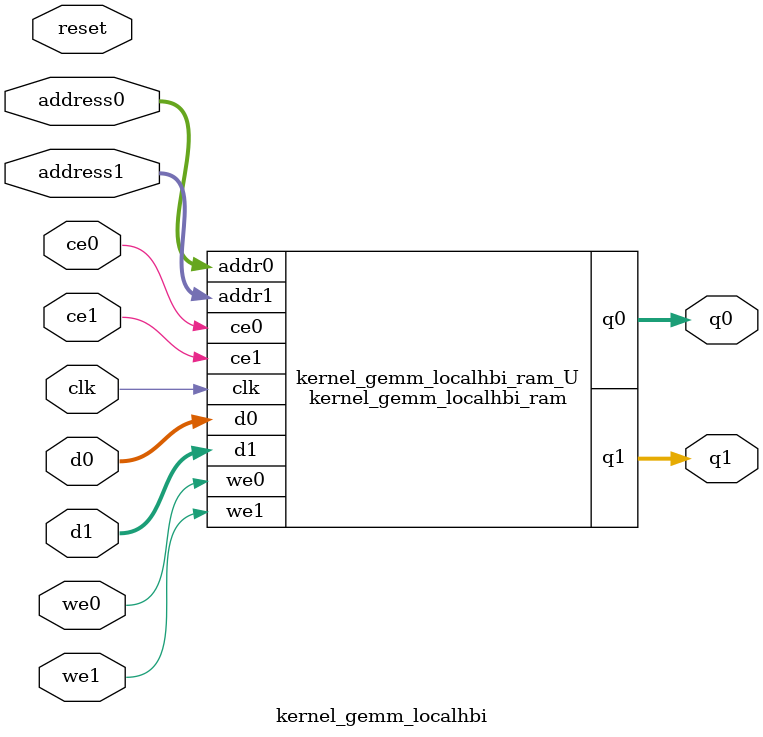
<source format=v>
`timescale 1 ns / 1 ps
module kernel_gemm_localhbi_ram (addr0, ce0, d0, we0, q0, addr1, ce1, d1, we1, q1,  clk);

parameter DWIDTH = 512;
parameter AWIDTH = 4;
parameter MEM_SIZE = 16;

input[AWIDTH-1:0] addr0;
input ce0;
input[DWIDTH-1:0] d0;
input we0;
output reg[DWIDTH-1:0] q0;
input[AWIDTH-1:0] addr1;
input ce1;
input[DWIDTH-1:0] d1;
input we1;
output reg[DWIDTH-1:0] q1;
input clk;

(* ram_style = "block" *)reg [DWIDTH-1:0] ram[0:MEM_SIZE-1];




always @(posedge clk)  
begin 
    if (ce0) begin
        if (we0) 
            ram[addr0] <= d0; 
        q0 <= ram[addr0];
    end
end


always @(posedge clk)  
begin 
    if (ce1) begin
        if (we1) 
            ram[addr1] <= d1; 
        q1 <= ram[addr1];
    end
end


endmodule

`timescale 1 ns / 1 ps
module kernel_gemm_localhbi(
    reset,
    clk,
    address0,
    ce0,
    we0,
    d0,
    q0,
    address1,
    ce1,
    we1,
    d1,
    q1);

parameter DataWidth = 32'd512;
parameter AddressRange = 32'd16;
parameter AddressWidth = 32'd4;
input reset;
input clk;
input[AddressWidth - 1:0] address0;
input ce0;
input we0;
input[DataWidth - 1:0] d0;
output[DataWidth - 1:0] q0;
input[AddressWidth - 1:0] address1;
input ce1;
input we1;
input[DataWidth - 1:0] d1;
output[DataWidth - 1:0] q1;



kernel_gemm_localhbi_ram kernel_gemm_localhbi_ram_U(
    .clk( clk ),
    .addr0( address0 ),
    .ce0( ce0 ),
    .we0( we0 ),
    .d0( d0 ),
    .q0( q0 ),
    .addr1( address1 ),
    .ce1( ce1 ),
    .we1( we1 ),
    .d1( d1 ),
    .q1( q1 ));

endmodule


</source>
